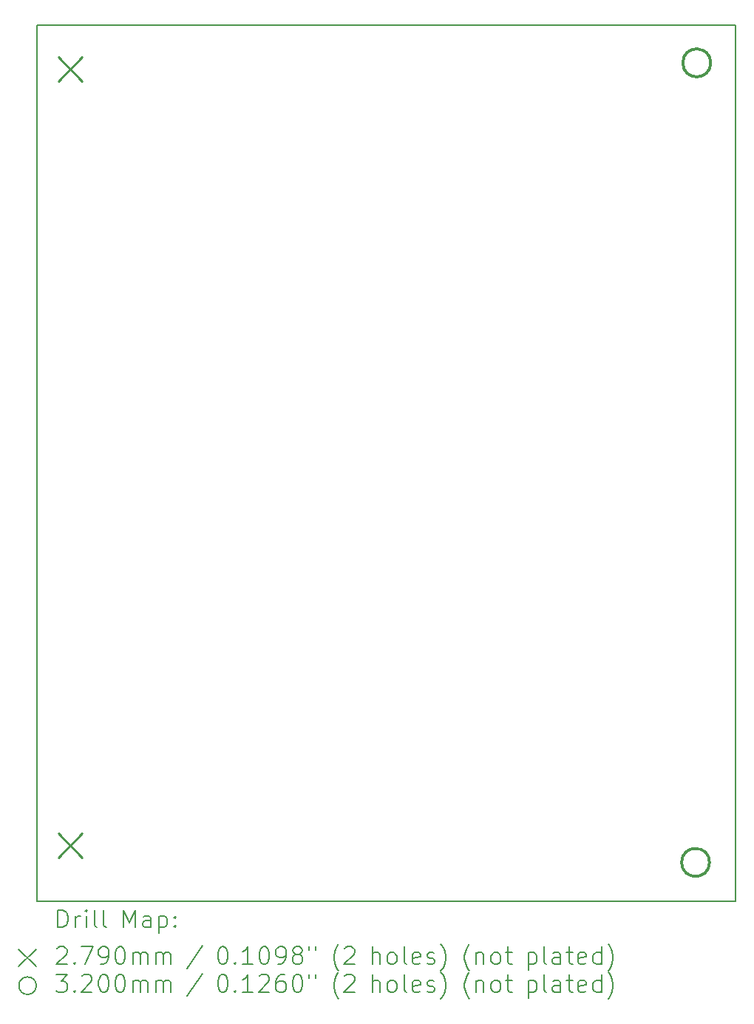
<source format=gbr>
%TF.GenerationSoftware,KiCad,Pcbnew,(7.0.0)*%
%TF.CreationDate,2023-12-30T22:17:36+02:00*%
%TF.ProjectId,alu,616c752e-6b69-4636-9164-5f7063625858,rev?*%
%TF.SameCoordinates,Original*%
%TF.FileFunction,Drillmap*%
%TF.FilePolarity,Positive*%
%FSLAX45Y45*%
G04 Gerber Fmt 4.5, Leading zero omitted, Abs format (unit mm)*
G04 Created by KiCad (PCBNEW (7.0.0)) date 2023-12-30 22:17:36*
%MOMM*%
%LPD*%
G01*
G04 APERTURE LIST*
%ADD10C,0.150000*%
%ADD11C,0.200000*%
%ADD12C,0.279000*%
%ADD13C,0.320000*%
G04 APERTURE END LIST*
D10*
X3810000Y-2667000D02*
X11811000Y-2667000D01*
X11811000Y-2667000D02*
X11811000Y-12700000D01*
X11811000Y-12700000D02*
X3810000Y-12700000D01*
X3810000Y-12700000D02*
X3810000Y-2667000D01*
D11*
D12*
X4051500Y-3035500D02*
X4330500Y-3314500D01*
X4330500Y-3035500D02*
X4051500Y-3314500D01*
X4051500Y-11925500D02*
X4330500Y-12204500D01*
X4330500Y-11925500D02*
X4051500Y-12204500D01*
D13*
X11513700Y-12255500D02*
G75*
G03*
X11513700Y-12255500I-160000J0D01*
G01*
X11526900Y-3099800D02*
G75*
G03*
X11526900Y-3099800I-160000J0D01*
G01*
D11*
X4050119Y-13000976D02*
X4050119Y-12800976D01*
X4050119Y-12800976D02*
X4097738Y-12800976D01*
X4097738Y-12800976D02*
X4126309Y-12810500D01*
X4126309Y-12810500D02*
X4145357Y-12829548D01*
X4145357Y-12829548D02*
X4154881Y-12848595D01*
X4154881Y-12848595D02*
X4164405Y-12886690D01*
X4164405Y-12886690D02*
X4164405Y-12915262D01*
X4164405Y-12915262D02*
X4154881Y-12953357D01*
X4154881Y-12953357D02*
X4145357Y-12972405D01*
X4145357Y-12972405D02*
X4126309Y-12991452D01*
X4126309Y-12991452D02*
X4097738Y-13000976D01*
X4097738Y-13000976D02*
X4050119Y-13000976D01*
X4250119Y-13000976D02*
X4250119Y-12867643D01*
X4250119Y-12905738D02*
X4259643Y-12886690D01*
X4259643Y-12886690D02*
X4269167Y-12877167D01*
X4269167Y-12877167D02*
X4288214Y-12867643D01*
X4288214Y-12867643D02*
X4307262Y-12867643D01*
X4373929Y-13000976D02*
X4373929Y-12867643D01*
X4373929Y-12800976D02*
X4364405Y-12810500D01*
X4364405Y-12810500D02*
X4373929Y-12820024D01*
X4373929Y-12820024D02*
X4383452Y-12810500D01*
X4383452Y-12810500D02*
X4373929Y-12800976D01*
X4373929Y-12800976D02*
X4373929Y-12820024D01*
X4497738Y-13000976D02*
X4478690Y-12991452D01*
X4478690Y-12991452D02*
X4469167Y-12972405D01*
X4469167Y-12972405D02*
X4469167Y-12800976D01*
X4602500Y-13000976D02*
X4583452Y-12991452D01*
X4583452Y-12991452D02*
X4573929Y-12972405D01*
X4573929Y-12972405D02*
X4573929Y-12800976D01*
X4798690Y-13000976D02*
X4798690Y-12800976D01*
X4798690Y-12800976D02*
X4865357Y-12943833D01*
X4865357Y-12943833D02*
X4932024Y-12800976D01*
X4932024Y-12800976D02*
X4932024Y-13000976D01*
X5112976Y-13000976D02*
X5112976Y-12896214D01*
X5112976Y-12896214D02*
X5103452Y-12877167D01*
X5103452Y-12877167D02*
X5084405Y-12867643D01*
X5084405Y-12867643D02*
X5046309Y-12867643D01*
X5046309Y-12867643D02*
X5027262Y-12877167D01*
X5112976Y-12991452D02*
X5093929Y-13000976D01*
X5093929Y-13000976D02*
X5046309Y-13000976D01*
X5046309Y-13000976D02*
X5027262Y-12991452D01*
X5027262Y-12991452D02*
X5017738Y-12972405D01*
X5017738Y-12972405D02*
X5017738Y-12953357D01*
X5017738Y-12953357D02*
X5027262Y-12934309D01*
X5027262Y-12934309D02*
X5046309Y-12924786D01*
X5046309Y-12924786D02*
X5093929Y-12924786D01*
X5093929Y-12924786D02*
X5112976Y-12915262D01*
X5208214Y-12867643D02*
X5208214Y-13067643D01*
X5208214Y-12877167D02*
X5227262Y-12867643D01*
X5227262Y-12867643D02*
X5265357Y-12867643D01*
X5265357Y-12867643D02*
X5284405Y-12877167D01*
X5284405Y-12877167D02*
X5293929Y-12886690D01*
X5293929Y-12886690D02*
X5303452Y-12905738D01*
X5303452Y-12905738D02*
X5303452Y-12962881D01*
X5303452Y-12962881D02*
X5293929Y-12981928D01*
X5293929Y-12981928D02*
X5284405Y-12991452D01*
X5284405Y-12991452D02*
X5265357Y-13000976D01*
X5265357Y-13000976D02*
X5227262Y-13000976D01*
X5227262Y-13000976D02*
X5208214Y-12991452D01*
X5389167Y-12981928D02*
X5398690Y-12991452D01*
X5398690Y-12991452D02*
X5389167Y-13000976D01*
X5389167Y-13000976D02*
X5379643Y-12991452D01*
X5379643Y-12991452D02*
X5389167Y-12981928D01*
X5389167Y-12981928D02*
X5389167Y-13000976D01*
X5389167Y-12877167D02*
X5398690Y-12886690D01*
X5398690Y-12886690D02*
X5389167Y-12896214D01*
X5389167Y-12896214D02*
X5379643Y-12886690D01*
X5379643Y-12886690D02*
X5389167Y-12877167D01*
X5389167Y-12877167D02*
X5389167Y-12896214D01*
X3602500Y-13247500D02*
X3802500Y-13447500D01*
X3802500Y-13247500D02*
X3602500Y-13447500D01*
X4040595Y-13240024D02*
X4050119Y-13230500D01*
X4050119Y-13230500D02*
X4069167Y-13220976D01*
X4069167Y-13220976D02*
X4116786Y-13220976D01*
X4116786Y-13220976D02*
X4135833Y-13230500D01*
X4135833Y-13230500D02*
X4145357Y-13240024D01*
X4145357Y-13240024D02*
X4154881Y-13259071D01*
X4154881Y-13259071D02*
X4154881Y-13278119D01*
X4154881Y-13278119D02*
X4145357Y-13306690D01*
X4145357Y-13306690D02*
X4031071Y-13420976D01*
X4031071Y-13420976D02*
X4154881Y-13420976D01*
X4240595Y-13401928D02*
X4250119Y-13411452D01*
X4250119Y-13411452D02*
X4240595Y-13420976D01*
X4240595Y-13420976D02*
X4231071Y-13411452D01*
X4231071Y-13411452D02*
X4240595Y-13401928D01*
X4240595Y-13401928D02*
X4240595Y-13420976D01*
X4316786Y-13220976D02*
X4450119Y-13220976D01*
X4450119Y-13220976D02*
X4364405Y-13420976D01*
X4535833Y-13420976D02*
X4573929Y-13420976D01*
X4573929Y-13420976D02*
X4592976Y-13411452D01*
X4592976Y-13411452D02*
X4602500Y-13401928D01*
X4602500Y-13401928D02*
X4621548Y-13373357D01*
X4621548Y-13373357D02*
X4631071Y-13335262D01*
X4631071Y-13335262D02*
X4631071Y-13259071D01*
X4631071Y-13259071D02*
X4621548Y-13240024D01*
X4621548Y-13240024D02*
X4612024Y-13230500D01*
X4612024Y-13230500D02*
X4592976Y-13220976D01*
X4592976Y-13220976D02*
X4554881Y-13220976D01*
X4554881Y-13220976D02*
X4535833Y-13230500D01*
X4535833Y-13230500D02*
X4526310Y-13240024D01*
X4526310Y-13240024D02*
X4516786Y-13259071D01*
X4516786Y-13259071D02*
X4516786Y-13306690D01*
X4516786Y-13306690D02*
X4526310Y-13325738D01*
X4526310Y-13325738D02*
X4535833Y-13335262D01*
X4535833Y-13335262D02*
X4554881Y-13344786D01*
X4554881Y-13344786D02*
X4592976Y-13344786D01*
X4592976Y-13344786D02*
X4612024Y-13335262D01*
X4612024Y-13335262D02*
X4621548Y-13325738D01*
X4621548Y-13325738D02*
X4631071Y-13306690D01*
X4754881Y-13220976D02*
X4773929Y-13220976D01*
X4773929Y-13220976D02*
X4792976Y-13230500D01*
X4792976Y-13230500D02*
X4802500Y-13240024D01*
X4802500Y-13240024D02*
X4812024Y-13259071D01*
X4812024Y-13259071D02*
X4821548Y-13297167D01*
X4821548Y-13297167D02*
X4821548Y-13344786D01*
X4821548Y-13344786D02*
X4812024Y-13382881D01*
X4812024Y-13382881D02*
X4802500Y-13401928D01*
X4802500Y-13401928D02*
X4792976Y-13411452D01*
X4792976Y-13411452D02*
X4773929Y-13420976D01*
X4773929Y-13420976D02*
X4754881Y-13420976D01*
X4754881Y-13420976D02*
X4735833Y-13411452D01*
X4735833Y-13411452D02*
X4726310Y-13401928D01*
X4726310Y-13401928D02*
X4716786Y-13382881D01*
X4716786Y-13382881D02*
X4707262Y-13344786D01*
X4707262Y-13344786D02*
X4707262Y-13297167D01*
X4707262Y-13297167D02*
X4716786Y-13259071D01*
X4716786Y-13259071D02*
X4726310Y-13240024D01*
X4726310Y-13240024D02*
X4735833Y-13230500D01*
X4735833Y-13230500D02*
X4754881Y-13220976D01*
X4907262Y-13420976D02*
X4907262Y-13287643D01*
X4907262Y-13306690D02*
X4916786Y-13297167D01*
X4916786Y-13297167D02*
X4935833Y-13287643D01*
X4935833Y-13287643D02*
X4964405Y-13287643D01*
X4964405Y-13287643D02*
X4983452Y-13297167D01*
X4983452Y-13297167D02*
X4992976Y-13316214D01*
X4992976Y-13316214D02*
X4992976Y-13420976D01*
X4992976Y-13316214D02*
X5002500Y-13297167D01*
X5002500Y-13297167D02*
X5021548Y-13287643D01*
X5021548Y-13287643D02*
X5050119Y-13287643D01*
X5050119Y-13287643D02*
X5069167Y-13297167D01*
X5069167Y-13297167D02*
X5078691Y-13316214D01*
X5078691Y-13316214D02*
X5078691Y-13420976D01*
X5173929Y-13420976D02*
X5173929Y-13287643D01*
X5173929Y-13306690D02*
X5183452Y-13297167D01*
X5183452Y-13297167D02*
X5202500Y-13287643D01*
X5202500Y-13287643D02*
X5231072Y-13287643D01*
X5231072Y-13287643D02*
X5250119Y-13297167D01*
X5250119Y-13297167D02*
X5259643Y-13316214D01*
X5259643Y-13316214D02*
X5259643Y-13420976D01*
X5259643Y-13316214D02*
X5269167Y-13297167D01*
X5269167Y-13297167D02*
X5288214Y-13287643D01*
X5288214Y-13287643D02*
X5316786Y-13287643D01*
X5316786Y-13287643D02*
X5335833Y-13297167D01*
X5335833Y-13297167D02*
X5345357Y-13316214D01*
X5345357Y-13316214D02*
X5345357Y-13420976D01*
X5703452Y-13211452D02*
X5532024Y-13468595D01*
X5928214Y-13220976D02*
X5947262Y-13220976D01*
X5947262Y-13220976D02*
X5966310Y-13230500D01*
X5966310Y-13230500D02*
X5975833Y-13240024D01*
X5975833Y-13240024D02*
X5985357Y-13259071D01*
X5985357Y-13259071D02*
X5994881Y-13297167D01*
X5994881Y-13297167D02*
X5994881Y-13344786D01*
X5994881Y-13344786D02*
X5985357Y-13382881D01*
X5985357Y-13382881D02*
X5975833Y-13401928D01*
X5975833Y-13401928D02*
X5966310Y-13411452D01*
X5966310Y-13411452D02*
X5947262Y-13420976D01*
X5947262Y-13420976D02*
X5928214Y-13420976D01*
X5928214Y-13420976D02*
X5909167Y-13411452D01*
X5909167Y-13411452D02*
X5899643Y-13401928D01*
X5899643Y-13401928D02*
X5890119Y-13382881D01*
X5890119Y-13382881D02*
X5880595Y-13344786D01*
X5880595Y-13344786D02*
X5880595Y-13297167D01*
X5880595Y-13297167D02*
X5890119Y-13259071D01*
X5890119Y-13259071D02*
X5899643Y-13240024D01*
X5899643Y-13240024D02*
X5909167Y-13230500D01*
X5909167Y-13230500D02*
X5928214Y-13220976D01*
X6080595Y-13401928D02*
X6090119Y-13411452D01*
X6090119Y-13411452D02*
X6080595Y-13420976D01*
X6080595Y-13420976D02*
X6071071Y-13411452D01*
X6071071Y-13411452D02*
X6080595Y-13401928D01*
X6080595Y-13401928D02*
X6080595Y-13420976D01*
X6280595Y-13420976D02*
X6166310Y-13420976D01*
X6223452Y-13420976D02*
X6223452Y-13220976D01*
X6223452Y-13220976D02*
X6204405Y-13249548D01*
X6204405Y-13249548D02*
X6185357Y-13268595D01*
X6185357Y-13268595D02*
X6166310Y-13278119D01*
X6404405Y-13220976D02*
X6423452Y-13220976D01*
X6423452Y-13220976D02*
X6442500Y-13230500D01*
X6442500Y-13230500D02*
X6452024Y-13240024D01*
X6452024Y-13240024D02*
X6461548Y-13259071D01*
X6461548Y-13259071D02*
X6471071Y-13297167D01*
X6471071Y-13297167D02*
X6471071Y-13344786D01*
X6471071Y-13344786D02*
X6461548Y-13382881D01*
X6461548Y-13382881D02*
X6452024Y-13401928D01*
X6452024Y-13401928D02*
X6442500Y-13411452D01*
X6442500Y-13411452D02*
X6423452Y-13420976D01*
X6423452Y-13420976D02*
X6404405Y-13420976D01*
X6404405Y-13420976D02*
X6385357Y-13411452D01*
X6385357Y-13411452D02*
X6375833Y-13401928D01*
X6375833Y-13401928D02*
X6366310Y-13382881D01*
X6366310Y-13382881D02*
X6356786Y-13344786D01*
X6356786Y-13344786D02*
X6356786Y-13297167D01*
X6356786Y-13297167D02*
X6366310Y-13259071D01*
X6366310Y-13259071D02*
X6375833Y-13240024D01*
X6375833Y-13240024D02*
X6385357Y-13230500D01*
X6385357Y-13230500D02*
X6404405Y-13220976D01*
X6566310Y-13420976D02*
X6604405Y-13420976D01*
X6604405Y-13420976D02*
X6623452Y-13411452D01*
X6623452Y-13411452D02*
X6632976Y-13401928D01*
X6632976Y-13401928D02*
X6652024Y-13373357D01*
X6652024Y-13373357D02*
X6661548Y-13335262D01*
X6661548Y-13335262D02*
X6661548Y-13259071D01*
X6661548Y-13259071D02*
X6652024Y-13240024D01*
X6652024Y-13240024D02*
X6642500Y-13230500D01*
X6642500Y-13230500D02*
X6623452Y-13220976D01*
X6623452Y-13220976D02*
X6585357Y-13220976D01*
X6585357Y-13220976D02*
X6566310Y-13230500D01*
X6566310Y-13230500D02*
X6556786Y-13240024D01*
X6556786Y-13240024D02*
X6547262Y-13259071D01*
X6547262Y-13259071D02*
X6547262Y-13306690D01*
X6547262Y-13306690D02*
X6556786Y-13325738D01*
X6556786Y-13325738D02*
X6566310Y-13335262D01*
X6566310Y-13335262D02*
X6585357Y-13344786D01*
X6585357Y-13344786D02*
X6623452Y-13344786D01*
X6623452Y-13344786D02*
X6642500Y-13335262D01*
X6642500Y-13335262D02*
X6652024Y-13325738D01*
X6652024Y-13325738D02*
X6661548Y-13306690D01*
X6775833Y-13306690D02*
X6756786Y-13297167D01*
X6756786Y-13297167D02*
X6747262Y-13287643D01*
X6747262Y-13287643D02*
X6737738Y-13268595D01*
X6737738Y-13268595D02*
X6737738Y-13259071D01*
X6737738Y-13259071D02*
X6747262Y-13240024D01*
X6747262Y-13240024D02*
X6756786Y-13230500D01*
X6756786Y-13230500D02*
X6775833Y-13220976D01*
X6775833Y-13220976D02*
X6813929Y-13220976D01*
X6813929Y-13220976D02*
X6832976Y-13230500D01*
X6832976Y-13230500D02*
X6842500Y-13240024D01*
X6842500Y-13240024D02*
X6852024Y-13259071D01*
X6852024Y-13259071D02*
X6852024Y-13268595D01*
X6852024Y-13268595D02*
X6842500Y-13287643D01*
X6842500Y-13287643D02*
X6832976Y-13297167D01*
X6832976Y-13297167D02*
X6813929Y-13306690D01*
X6813929Y-13306690D02*
X6775833Y-13306690D01*
X6775833Y-13306690D02*
X6756786Y-13316214D01*
X6756786Y-13316214D02*
X6747262Y-13325738D01*
X6747262Y-13325738D02*
X6737738Y-13344786D01*
X6737738Y-13344786D02*
X6737738Y-13382881D01*
X6737738Y-13382881D02*
X6747262Y-13401928D01*
X6747262Y-13401928D02*
X6756786Y-13411452D01*
X6756786Y-13411452D02*
X6775833Y-13420976D01*
X6775833Y-13420976D02*
X6813929Y-13420976D01*
X6813929Y-13420976D02*
X6832976Y-13411452D01*
X6832976Y-13411452D02*
X6842500Y-13401928D01*
X6842500Y-13401928D02*
X6852024Y-13382881D01*
X6852024Y-13382881D02*
X6852024Y-13344786D01*
X6852024Y-13344786D02*
X6842500Y-13325738D01*
X6842500Y-13325738D02*
X6832976Y-13316214D01*
X6832976Y-13316214D02*
X6813929Y-13306690D01*
X6928214Y-13220976D02*
X6928214Y-13259071D01*
X7004405Y-13220976D02*
X7004405Y-13259071D01*
X7267262Y-13497167D02*
X7257738Y-13487643D01*
X7257738Y-13487643D02*
X7238691Y-13459071D01*
X7238691Y-13459071D02*
X7229167Y-13440024D01*
X7229167Y-13440024D02*
X7219643Y-13411452D01*
X7219643Y-13411452D02*
X7210119Y-13363833D01*
X7210119Y-13363833D02*
X7210119Y-13325738D01*
X7210119Y-13325738D02*
X7219643Y-13278119D01*
X7219643Y-13278119D02*
X7229167Y-13249548D01*
X7229167Y-13249548D02*
X7238691Y-13230500D01*
X7238691Y-13230500D02*
X7257738Y-13201928D01*
X7257738Y-13201928D02*
X7267262Y-13192405D01*
X7333929Y-13240024D02*
X7343452Y-13230500D01*
X7343452Y-13230500D02*
X7362500Y-13220976D01*
X7362500Y-13220976D02*
X7410119Y-13220976D01*
X7410119Y-13220976D02*
X7429167Y-13230500D01*
X7429167Y-13230500D02*
X7438691Y-13240024D01*
X7438691Y-13240024D02*
X7448214Y-13259071D01*
X7448214Y-13259071D02*
X7448214Y-13278119D01*
X7448214Y-13278119D02*
X7438691Y-13306690D01*
X7438691Y-13306690D02*
X7324405Y-13420976D01*
X7324405Y-13420976D02*
X7448214Y-13420976D01*
X7653929Y-13420976D02*
X7653929Y-13220976D01*
X7739643Y-13420976D02*
X7739643Y-13316214D01*
X7739643Y-13316214D02*
X7730119Y-13297167D01*
X7730119Y-13297167D02*
X7711072Y-13287643D01*
X7711072Y-13287643D02*
X7682500Y-13287643D01*
X7682500Y-13287643D02*
X7663452Y-13297167D01*
X7663452Y-13297167D02*
X7653929Y-13306690D01*
X7863452Y-13420976D02*
X7844405Y-13411452D01*
X7844405Y-13411452D02*
X7834881Y-13401928D01*
X7834881Y-13401928D02*
X7825357Y-13382881D01*
X7825357Y-13382881D02*
X7825357Y-13325738D01*
X7825357Y-13325738D02*
X7834881Y-13306690D01*
X7834881Y-13306690D02*
X7844405Y-13297167D01*
X7844405Y-13297167D02*
X7863452Y-13287643D01*
X7863452Y-13287643D02*
X7892024Y-13287643D01*
X7892024Y-13287643D02*
X7911072Y-13297167D01*
X7911072Y-13297167D02*
X7920595Y-13306690D01*
X7920595Y-13306690D02*
X7930119Y-13325738D01*
X7930119Y-13325738D02*
X7930119Y-13382881D01*
X7930119Y-13382881D02*
X7920595Y-13401928D01*
X7920595Y-13401928D02*
X7911072Y-13411452D01*
X7911072Y-13411452D02*
X7892024Y-13420976D01*
X7892024Y-13420976D02*
X7863452Y-13420976D01*
X8044405Y-13420976D02*
X8025357Y-13411452D01*
X8025357Y-13411452D02*
X8015833Y-13392405D01*
X8015833Y-13392405D02*
X8015833Y-13220976D01*
X8196786Y-13411452D02*
X8177738Y-13420976D01*
X8177738Y-13420976D02*
X8139643Y-13420976D01*
X8139643Y-13420976D02*
X8120595Y-13411452D01*
X8120595Y-13411452D02*
X8111072Y-13392405D01*
X8111072Y-13392405D02*
X8111072Y-13316214D01*
X8111072Y-13316214D02*
X8120595Y-13297167D01*
X8120595Y-13297167D02*
X8139643Y-13287643D01*
X8139643Y-13287643D02*
X8177738Y-13287643D01*
X8177738Y-13287643D02*
X8196786Y-13297167D01*
X8196786Y-13297167D02*
X8206310Y-13316214D01*
X8206310Y-13316214D02*
X8206310Y-13335262D01*
X8206310Y-13335262D02*
X8111072Y-13354309D01*
X8282500Y-13411452D02*
X8301548Y-13420976D01*
X8301548Y-13420976D02*
X8339643Y-13420976D01*
X8339643Y-13420976D02*
X8358691Y-13411452D01*
X8358691Y-13411452D02*
X8368214Y-13392405D01*
X8368214Y-13392405D02*
X8368214Y-13382881D01*
X8368214Y-13382881D02*
X8358691Y-13363833D01*
X8358691Y-13363833D02*
X8339643Y-13354309D01*
X8339643Y-13354309D02*
X8311072Y-13354309D01*
X8311072Y-13354309D02*
X8292024Y-13344786D01*
X8292024Y-13344786D02*
X8282500Y-13325738D01*
X8282500Y-13325738D02*
X8282500Y-13316214D01*
X8282500Y-13316214D02*
X8292024Y-13297167D01*
X8292024Y-13297167D02*
X8311072Y-13287643D01*
X8311072Y-13287643D02*
X8339643Y-13287643D01*
X8339643Y-13287643D02*
X8358691Y-13297167D01*
X8434881Y-13497167D02*
X8444405Y-13487643D01*
X8444405Y-13487643D02*
X8463453Y-13459071D01*
X8463453Y-13459071D02*
X8472976Y-13440024D01*
X8472976Y-13440024D02*
X8482500Y-13411452D01*
X8482500Y-13411452D02*
X8492024Y-13363833D01*
X8492024Y-13363833D02*
X8492024Y-13325738D01*
X8492024Y-13325738D02*
X8482500Y-13278119D01*
X8482500Y-13278119D02*
X8472976Y-13249548D01*
X8472976Y-13249548D02*
X8463453Y-13230500D01*
X8463453Y-13230500D02*
X8444405Y-13201928D01*
X8444405Y-13201928D02*
X8434881Y-13192405D01*
X8764405Y-13497167D02*
X8754881Y-13487643D01*
X8754881Y-13487643D02*
X8735834Y-13459071D01*
X8735834Y-13459071D02*
X8726310Y-13440024D01*
X8726310Y-13440024D02*
X8716786Y-13411452D01*
X8716786Y-13411452D02*
X8707262Y-13363833D01*
X8707262Y-13363833D02*
X8707262Y-13325738D01*
X8707262Y-13325738D02*
X8716786Y-13278119D01*
X8716786Y-13278119D02*
X8726310Y-13249548D01*
X8726310Y-13249548D02*
X8735834Y-13230500D01*
X8735834Y-13230500D02*
X8754881Y-13201928D01*
X8754881Y-13201928D02*
X8764405Y-13192405D01*
X8840595Y-13287643D02*
X8840595Y-13420976D01*
X8840595Y-13306690D02*
X8850119Y-13297167D01*
X8850119Y-13297167D02*
X8869167Y-13287643D01*
X8869167Y-13287643D02*
X8897738Y-13287643D01*
X8897738Y-13287643D02*
X8916786Y-13297167D01*
X8916786Y-13297167D02*
X8926310Y-13316214D01*
X8926310Y-13316214D02*
X8926310Y-13420976D01*
X9050119Y-13420976D02*
X9031072Y-13411452D01*
X9031072Y-13411452D02*
X9021548Y-13401928D01*
X9021548Y-13401928D02*
X9012024Y-13382881D01*
X9012024Y-13382881D02*
X9012024Y-13325738D01*
X9012024Y-13325738D02*
X9021548Y-13306690D01*
X9021548Y-13306690D02*
X9031072Y-13297167D01*
X9031072Y-13297167D02*
X9050119Y-13287643D01*
X9050119Y-13287643D02*
X9078691Y-13287643D01*
X9078691Y-13287643D02*
X9097738Y-13297167D01*
X9097738Y-13297167D02*
X9107262Y-13306690D01*
X9107262Y-13306690D02*
X9116786Y-13325738D01*
X9116786Y-13325738D02*
X9116786Y-13382881D01*
X9116786Y-13382881D02*
X9107262Y-13401928D01*
X9107262Y-13401928D02*
X9097738Y-13411452D01*
X9097738Y-13411452D02*
X9078691Y-13420976D01*
X9078691Y-13420976D02*
X9050119Y-13420976D01*
X9173929Y-13287643D02*
X9250119Y-13287643D01*
X9202500Y-13220976D02*
X9202500Y-13392405D01*
X9202500Y-13392405D02*
X9212024Y-13411452D01*
X9212024Y-13411452D02*
X9231072Y-13420976D01*
X9231072Y-13420976D02*
X9250119Y-13420976D01*
X9436786Y-13287643D02*
X9436786Y-13487643D01*
X9436786Y-13297167D02*
X9455834Y-13287643D01*
X9455834Y-13287643D02*
X9493929Y-13287643D01*
X9493929Y-13287643D02*
X9512976Y-13297167D01*
X9512976Y-13297167D02*
X9522500Y-13306690D01*
X9522500Y-13306690D02*
X9532024Y-13325738D01*
X9532024Y-13325738D02*
X9532024Y-13382881D01*
X9532024Y-13382881D02*
X9522500Y-13401928D01*
X9522500Y-13401928D02*
X9512976Y-13411452D01*
X9512976Y-13411452D02*
X9493929Y-13420976D01*
X9493929Y-13420976D02*
X9455834Y-13420976D01*
X9455834Y-13420976D02*
X9436786Y-13411452D01*
X9646310Y-13420976D02*
X9627262Y-13411452D01*
X9627262Y-13411452D02*
X9617738Y-13392405D01*
X9617738Y-13392405D02*
X9617738Y-13220976D01*
X9808215Y-13420976D02*
X9808215Y-13316214D01*
X9808215Y-13316214D02*
X9798691Y-13297167D01*
X9798691Y-13297167D02*
X9779643Y-13287643D01*
X9779643Y-13287643D02*
X9741548Y-13287643D01*
X9741548Y-13287643D02*
X9722500Y-13297167D01*
X9808215Y-13411452D02*
X9789167Y-13420976D01*
X9789167Y-13420976D02*
X9741548Y-13420976D01*
X9741548Y-13420976D02*
X9722500Y-13411452D01*
X9722500Y-13411452D02*
X9712976Y-13392405D01*
X9712976Y-13392405D02*
X9712976Y-13373357D01*
X9712976Y-13373357D02*
X9722500Y-13354309D01*
X9722500Y-13354309D02*
X9741548Y-13344786D01*
X9741548Y-13344786D02*
X9789167Y-13344786D01*
X9789167Y-13344786D02*
X9808215Y-13335262D01*
X9874881Y-13287643D02*
X9951072Y-13287643D01*
X9903453Y-13220976D02*
X9903453Y-13392405D01*
X9903453Y-13392405D02*
X9912976Y-13411452D01*
X9912976Y-13411452D02*
X9932024Y-13420976D01*
X9932024Y-13420976D02*
X9951072Y-13420976D01*
X10093929Y-13411452D02*
X10074881Y-13420976D01*
X10074881Y-13420976D02*
X10036786Y-13420976D01*
X10036786Y-13420976D02*
X10017738Y-13411452D01*
X10017738Y-13411452D02*
X10008215Y-13392405D01*
X10008215Y-13392405D02*
X10008215Y-13316214D01*
X10008215Y-13316214D02*
X10017738Y-13297167D01*
X10017738Y-13297167D02*
X10036786Y-13287643D01*
X10036786Y-13287643D02*
X10074881Y-13287643D01*
X10074881Y-13287643D02*
X10093929Y-13297167D01*
X10093929Y-13297167D02*
X10103453Y-13316214D01*
X10103453Y-13316214D02*
X10103453Y-13335262D01*
X10103453Y-13335262D02*
X10008215Y-13354309D01*
X10274881Y-13420976D02*
X10274881Y-13220976D01*
X10274881Y-13411452D02*
X10255834Y-13420976D01*
X10255834Y-13420976D02*
X10217738Y-13420976D01*
X10217738Y-13420976D02*
X10198691Y-13411452D01*
X10198691Y-13411452D02*
X10189167Y-13401928D01*
X10189167Y-13401928D02*
X10179643Y-13382881D01*
X10179643Y-13382881D02*
X10179643Y-13325738D01*
X10179643Y-13325738D02*
X10189167Y-13306690D01*
X10189167Y-13306690D02*
X10198691Y-13297167D01*
X10198691Y-13297167D02*
X10217738Y-13287643D01*
X10217738Y-13287643D02*
X10255834Y-13287643D01*
X10255834Y-13287643D02*
X10274881Y-13297167D01*
X10351072Y-13497167D02*
X10360596Y-13487643D01*
X10360596Y-13487643D02*
X10379643Y-13459071D01*
X10379643Y-13459071D02*
X10389167Y-13440024D01*
X10389167Y-13440024D02*
X10398691Y-13411452D01*
X10398691Y-13411452D02*
X10408215Y-13363833D01*
X10408215Y-13363833D02*
X10408215Y-13325738D01*
X10408215Y-13325738D02*
X10398691Y-13278119D01*
X10398691Y-13278119D02*
X10389167Y-13249548D01*
X10389167Y-13249548D02*
X10379643Y-13230500D01*
X10379643Y-13230500D02*
X10360596Y-13201928D01*
X10360596Y-13201928D02*
X10351072Y-13192405D01*
X3802500Y-13667500D02*
G75*
G03*
X3802500Y-13667500I-100000J0D01*
G01*
X4031071Y-13540976D02*
X4154881Y-13540976D01*
X4154881Y-13540976D02*
X4088214Y-13617167D01*
X4088214Y-13617167D02*
X4116786Y-13617167D01*
X4116786Y-13617167D02*
X4135833Y-13626690D01*
X4135833Y-13626690D02*
X4145357Y-13636214D01*
X4145357Y-13636214D02*
X4154881Y-13655262D01*
X4154881Y-13655262D02*
X4154881Y-13702881D01*
X4154881Y-13702881D02*
X4145357Y-13721928D01*
X4145357Y-13721928D02*
X4135833Y-13731452D01*
X4135833Y-13731452D02*
X4116786Y-13740976D01*
X4116786Y-13740976D02*
X4059643Y-13740976D01*
X4059643Y-13740976D02*
X4040595Y-13731452D01*
X4040595Y-13731452D02*
X4031071Y-13721928D01*
X4240595Y-13721928D02*
X4250119Y-13731452D01*
X4250119Y-13731452D02*
X4240595Y-13740976D01*
X4240595Y-13740976D02*
X4231071Y-13731452D01*
X4231071Y-13731452D02*
X4240595Y-13721928D01*
X4240595Y-13721928D02*
X4240595Y-13740976D01*
X4326310Y-13560024D02*
X4335833Y-13550500D01*
X4335833Y-13550500D02*
X4354881Y-13540976D01*
X4354881Y-13540976D02*
X4402500Y-13540976D01*
X4402500Y-13540976D02*
X4421548Y-13550500D01*
X4421548Y-13550500D02*
X4431071Y-13560024D01*
X4431071Y-13560024D02*
X4440595Y-13579071D01*
X4440595Y-13579071D02*
X4440595Y-13598119D01*
X4440595Y-13598119D02*
X4431071Y-13626690D01*
X4431071Y-13626690D02*
X4316786Y-13740976D01*
X4316786Y-13740976D02*
X4440595Y-13740976D01*
X4564405Y-13540976D02*
X4583452Y-13540976D01*
X4583452Y-13540976D02*
X4602500Y-13550500D01*
X4602500Y-13550500D02*
X4612024Y-13560024D01*
X4612024Y-13560024D02*
X4621548Y-13579071D01*
X4621548Y-13579071D02*
X4631071Y-13617167D01*
X4631071Y-13617167D02*
X4631071Y-13664786D01*
X4631071Y-13664786D02*
X4621548Y-13702881D01*
X4621548Y-13702881D02*
X4612024Y-13721928D01*
X4612024Y-13721928D02*
X4602500Y-13731452D01*
X4602500Y-13731452D02*
X4583452Y-13740976D01*
X4583452Y-13740976D02*
X4564405Y-13740976D01*
X4564405Y-13740976D02*
X4545357Y-13731452D01*
X4545357Y-13731452D02*
X4535833Y-13721928D01*
X4535833Y-13721928D02*
X4526310Y-13702881D01*
X4526310Y-13702881D02*
X4516786Y-13664786D01*
X4516786Y-13664786D02*
X4516786Y-13617167D01*
X4516786Y-13617167D02*
X4526310Y-13579071D01*
X4526310Y-13579071D02*
X4535833Y-13560024D01*
X4535833Y-13560024D02*
X4545357Y-13550500D01*
X4545357Y-13550500D02*
X4564405Y-13540976D01*
X4754881Y-13540976D02*
X4773929Y-13540976D01*
X4773929Y-13540976D02*
X4792976Y-13550500D01*
X4792976Y-13550500D02*
X4802500Y-13560024D01*
X4802500Y-13560024D02*
X4812024Y-13579071D01*
X4812024Y-13579071D02*
X4821548Y-13617167D01*
X4821548Y-13617167D02*
X4821548Y-13664786D01*
X4821548Y-13664786D02*
X4812024Y-13702881D01*
X4812024Y-13702881D02*
X4802500Y-13721928D01*
X4802500Y-13721928D02*
X4792976Y-13731452D01*
X4792976Y-13731452D02*
X4773929Y-13740976D01*
X4773929Y-13740976D02*
X4754881Y-13740976D01*
X4754881Y-13740976D02*
X4735833Y-13731452D01*
X4735833Y-13731452D02*
X4726310Y-13721928D01*
X4726310Y-13721928D02*
X4716786Y-13702881D01*
X4716786Y-13702881D02*
X4707262Y-13664786D01*
X4707262Y-13664786D02*
X4707262Y-13617167D01*
X4707262Y-13617167D02*
X4716786Y-13579071D01*
X4716786Y-13579071D02*
X4726310Y-13560024D01*
X4726310Y-13560024D02*
X4735833Y-13550500D01*
X4735833Y-13550500D02*
X4754881Y-13540976D01*
X4907262Y-13740976D02*
X4907262Y-13607643D01*
X4907262Y-13626690D02*
X4916786Y-13617167D01*
X4916786Y-13617167D02*
X4935833Y-13607643D01*
X4935833Y-13607643D02*
X4964405Y-13607643D01*
X4964405Y-13607643D02*
X4983452Y-13617167D01*
X4983452Y-13617167D02*
X4992976Y-13636214D01*
X4992976Y-13636214D02*
X4992976Y-13740976D01*
X4992976Y-13636214D02*
X5002500Y-13617167D01*
X5002500Y-13617167D02*
X5021548Y-13607643D01*
X5021548Y-13607643D02*
X5050119Y-13607643D01*
X5050119Y-13607643D02*
X5069167Y-13617167D01*
X5069167Y-13617167D02*
X5078691Y-13636214D01*
X5078691Y-13636214D02*
X5078691Y-13740976D01*
X5173929Y-13740976D02*
X5173929Y-13607643D01*
X5173929Y-13626690D02*
X5183452Y-13617167D01*
X5183452Y-13617167D02*
X5202500Y-13607643D01*
X5202500Y-13607643D02*
X5231072Y-13607643D01*
X5231072Y-13607643D02*
X5250119Y-13617167D01*
X5250119Y-13617167D02*
X5259643Y-13636214D01*
X5259643Y-13636214D02*
X5259643Y-13740976D01*
X5259643Y-13636214D02*
X5269167Y-13617167D01*
X5269167Y-13617167D02*
X5288214Y-13607643D01*
X5288214Y-13607643D02*
X5316786Y-13607643D01*
X5316786Y-13607643D02*
X5335833Y-13617167D01*
X5335833Y-13617167D02*
X5345357Y-13636214D01*
X5345357Y-13636214D02*
X5345357Y-13740976D01*
X5703452Y-13531452D02*
X5532024Y-13788595D01*
X5928214Y-13540976D02*
X5947262Y-13540976D01*
X5947262Y-13540976D02*
X5966310Y-13550500D01*
X5966310Y-13550500D02*
X5975833Y-13560024D01*
X5975833Y-13560024D02*
X5985357Y-13579071D01*
X5985357Y-13579071D02*
X5994881Y-13617167D01*
X5994881Y-13617167D02*
X5994881Y-13664786D01*
X5994881Y-13664786D02*
X5985357Y-13702881D01*
X5985357Y-13702881D02*
X5975833Y-13721928D01*
X5975833Y-13721928D02*
X5966310Y-13731452D01*
X5966310Y-13731452D02*
X5947262Y-13740976D01*
X5947262Y-13740976D02*
X5928214Y-13740976D01*
X5928214Y-13740976D02*
X5909167Y-13731452D01*
X5909167Y-13731452D02*
X5899643Y-13721928D01*
X5899643Y-13721928D02*
X5890119Y-13702881D01*
X5890119Y-13702881D02*
X5880595Y-13664786D01*
X5880595Y-13664786D02*
X5880595Y-13617167D01*
X5880595Y-13617167D02*
X5890119Y-13579071D01*
X5890119Y-13579071D02*
X5899643Y-13560024D01*
X5899643Y-13560024D02*
X5909167Y-13550500D01*
X5909167Y-13550500D02*
X5928214Y-13540976D01*
X6080595Y-13721928D02*
X6090119Y-13731452D01*
X6090119Y-13731452D02*
X6080595Y-13740976D01*
X6080595Y-13740976D02*
X6071071Y-13731452D01*
X6071071Y-13731452D02*
X6080595Y-13721928D01*
X6080595Y-13721928D02*
X6080595Y-13740976D01*
X6280595Y-13740976D02*
X6166310Y-13740976D01*
X6223452Y-13740976D02*
X6223452Y-13540976D01*
X6223452Y-13540976D02*
X6204405Y-13569548D01*
X6204405Y-13569548D02*
X6185357Y-13588595D01*
X6185357Y-13588595D02*
X6166310Y-13598119D01*
X6356786Y-13560024D02*
X6366310Y-13550500D01*
X6366310Y-13550500D02*
X6385357Y-13540976D01*
X6385357Y-13540976D02*
X6432976Y-13540976D01*
X6432976Y-13540976D02*
X6452024Y-13550500D01*
X6452024Y-13550500D02*
X6461548Y-13560024D01*
X6461548Y-13560024D02*
X6471071Y-13579071D01*
X6471071Y-13579071D02*
X6471071Y-13598119D01*
X6471071Y-13598119D02*
X6461548Y-13626690D01*
X6461548Y-13626690D02*
X6347262Y-13740976D01*
X6347262Y-13740976D02*
X6471071Y-13740976D01*
X6642500Y-13540976D02*
X6604405Y-13540976D01*
X6604405Y-13540976D02*
X6585357Y-13550500D01*
X6585357Y-13550500D02*
X6575833Y-13560024D01*
X6575833Y-13560024D02*
X6556786Y-13588595D01*
X6556786Y-13588595D02*
X6547262Y-13626690D01*
X6547262Y-13626690D02*
X6547262Y-13702881D01*
X6547262Y-13702881D02*
X6556786Y-13721928D01*
X6556786Y-13721928D02*
X6566310Y-13731452D01*
X6566310Y-13731452D02*
X6585357Y-13740976D01*
X6585357Y-13740976D02*
X6623452Y-13740976D01*
X6623452Y-13740976D02*
X6642500Y-13731452D01*
X6642500Y-13731452D02*
X6652024Y-13721928D01*
X6652024Y-13721928D02*
X6661548Y-13702881D01*
X6661548Y-13702881D02*
X6661548Y-13655262D01*
X6661548Y-13655262D02*
X6652024Y-13636214D01*
X6652024Y-13636214D02*
X6642500Y-13626690D01*
X6642500Y-13626690D02*
X6623452Y-13617167D01*
X6623452Y-13617167D02*
X6585357Y-13617167D01*
X6585357Y-13617167D02*
X6566310Y-13626690D01*
X6566310Y-13626690D02*
X6556786Y-13636214D01*
X6556786Y-13636214D02*
X6547262Y-13655262D01*
X6785357Y-13540976D02*
X6804405Y-13540976D01*
X6804405Y-13540976D02*
X6823452Y-13550500D01*
X6823452Y-13550500D02*
X6832976Y-13560024D01*
X6832976Y-13560024D02*
X6842500Y-13579071D01*
X6842500Y-13579071D02*
X6852024Y-13617167D01*
X6852024Y-13617167D02*
X6852024Y-13664786D01*
X6852024Y-13664786D02*
X6842500Y-13702881D01*
X6842500Y-13702881D02*
X6832976Y-13721928D01*
X6832976Y-13721928D02*
X6823452Y-13731452D01*
X6823452Y-13731452D02*
X6804405Y-13740976D01*
X6804405Y-13740976D02*
X6785357Y-13740976D01*
X6785357Y-13740976D02*
X6766310Y-13731452D01*
X6766310Y-13731452D02*
X6756786Y-13721928D01*
X6756786Y-13721928D02*
X6747262Y-13702881D01*
X6747262Y-13702881D02*
X6737738Y-13664786D01*
X6737738Y-13664786D02*
X6737738Y-13617167D01*
X6737738Y-13617167D02*
X6747262Y-13579071D01*
X6747262Y-13579071D02*
X6756786Y-13560024D01*
X6756786Y-13560024D02*
X6766310Y-13550500D01*
X6766310Y-13550500D02*
X6785357Y-13540976D01*
X6928214Y-13540976D02*
X6928214Y-13579071D01*
X7004405Y-13540976D02*
X7004405Y-13579071D01*
X7267262Y-13817167D02*
X7257738Y-13807643D01*
X7257738Y-13807643D02*
X7238691Y-13779071D01*
X7238691Y-13779071D02*
X7229167Y-13760024D01*
X7229167Y-13760024D02*
X7219643Y-13731452D01*
X7219643Y-13731452D02*
X7210119Y-13683833D01*
X7210119Y-13683833D02*
X7210119Y-13645738D01*
X7210119Y-13645738D02*
X7219643Y-13598119D01*
X7219643Y-13598119D02*
X7229167Y-13569548D01*
X7229167Y-13569548D02*
X7238691Y-13550500D01*
X7238691Y-13550500D02*
X7257738Y-13521928D01*
X7257738Y-13521928D02*
X7267262Y-13512405D01*
X7333929Y-13560024D02*
X7343452Y-13550500D01*
X7343452Y-13550500D02*
X7362500Y-13540976D01*
X7362500Y-13540976D02*
X7410119Y-13540976D01*
X7410119Y-13540976D02*
X7429167Y-13550500D01*
X7429167Y-13550500D02*
X7438691Y-13560024D01*
X7438691Y-13560024D02*
X7448214Y-13579071D01*
X7448214Y-13579071D02*
X7448214Y-13598119D01*
X7448214Y-13598119D02*
X7438691Y-13626690D01*
X7438691Y-13626690D02*
X7324405Y-13740976D01*
X7324405Y-13740976D02*
X7448214Y-13740976D01*
X7653929Y-13740976D02*
X7653929Y-13540976D01*
X7739643Y-13740976D02*
X7739643Y-13636214D01*
X7739643Y-13636214D02*
X7730119Y-13617167D01*
X7730119Y-13617167D02*
X7711072Y-13607643D01*
X7711072Y-13607643D02*
X7682500Y-13607643D01*
X7682500Y-13607643D02*
X7663452Y-13617167D01*
X7663452Y-13617167D02*
X7653929Y-13626690D01*
X7863452Y-13740976D02*
X7844405Y-13731452D01*
X7844405Y-13731452D02*
X7834881Y-13721928D01*
X7834881Y-13721928D02*
X7825357Y-13702881D01*
X7825357Y-13702881D02*
X7825357Y-13645738D01*
X7825357Y-13645738D02*
X7834881Y-13626690D01*
X7834881Y-13626690D02*
X7844405Y-13617167D01*
X7844405Y-13617167D02*
X7863452Y-13607643D01*
X7863452Y-13607643D02*
X7892024Y-13607643D01*
X7892024Y-13607643D02*
X7911072Y-13617167D01*
X7911072Y-13617167D02*
X7920595Y-13626690D01*
X7920595Y-13626690D02*
X7930119Y-13645738D01*
X7930119Y-13645738D02*
X7930119Y-13702881D01*
X7930119Y-13702881D02*
X7920595Y-13721928D01*
X7920595Y-13721928D02*
X7911072Y-13731452D01*
X7911072Y-13731452D02*
X7892024Y-13740976D01*
X7892024Y-13740976D02*
X7863452Y-13740976D01*
X8044405Y-13740976D02*
X8025357Y-13731452D01*
X8025357Y-13731452D02*
X8015833Y-13712405D01*
X8015833Y-13712405D02*
X8015833Y-13540976D01*
X8196786Y-13731452D02*
X8177738Y-13740976D01*
X8177738Y-13740976D02*
X8139643Y-13740976D01*
X8139643Y-13740976D02*
X8120595Y-13731452D01*
X8120595Y-13731452D02*
X8111072Y-13712405D01*
X8111072Y-13712405D02*
X8111072Y-13636214D01*
X8111072Y-13636214D02*
X8120595Y-13617167D01*
X8120595Y-13617167D02*
X8139643Y-13607643D01*
X8139643Y-13607643D02*
X8177738Y-13607643D01*
X8177738Y-13607643D02*
X8196786Y-13617167D01*
X8196786Y-13617167D02*
X8206310Y-13636214D01*
X8206310Y-13636214D02*
X8206310Y-13655262D01*
X8206310Y-13655262D02*
X8111072Y-13674309D01*
X8282500Y-13731452D02*
X8301548Y-13740976D01*
X8301548Y-13740976D02*
X8339643Y-13740976D01*
X8339643Y-13740976D02*
X8358691Y-13731452D01*
X8358691Y-13731452D02*
X8368214Y-13712405D01*
X8368214Y-13712405D02*
X8368214Y-13702881D01*
X8368214Y-13702881D02*
X8358691Y-13683833D01*
X8358691Y-13683833D02*
X8339643Y-13674309D01*
X8339643Y-13674309D02*
X8311072Y-13674309D01*
X8311072Y-13674309D02*
X8292024Y-13664786D01*
X8292024Y-13664786D02*
X8282500Y-13645738D01*
X8282500Y-13645738D02*
X8282500Y-13636214D01*
X8282500Y-13636214D02*
X8292024Y-13617167D01*
X8292024Y-13617167D02*
X8311072Y-13607643D01*
X8311072Y-13607643D02*
X8339643Y-13607643D01*
X8339643Y-13607643D02*
X8358691Y-13617167D01*
X8434881Y-13817167D02*
X8444405Y-13807643D01*
X8444405Y-13807643D02*
X8463453Y-13779071D01*
X8463453Y-13779071D02*
X8472976Y-13760024D01*
X8472976Y-13760024D02*
X8482500Y-13731452D01*
X8482500Y-13731452D02*
X8492024Y-13683833D01*
X8492024Y-13683833D02*
X8492024Y-13645738D01*
X8492024Y-13645738D02*
X8482500Y-13598119D01*
X8482500Y-13598119D02*
X8472976Y-13569548D01*
X8472976Y-13569548D02*
X8463453Y-13550500D01*
X8463453Y-13550500D02*
X8444405Y-13521928D01*
X8444405Y-13521928D02*
X8434881Y-13512405D01*
X8764405Y-13817167D02*
X8754881Y-13807643D01*
X8754881Y-13807643D02*
X8735834Y-13779071D01*
X8735834Y-13779071D02*
X8726310Y-13760024D01*
X8726310Y-13760024D02*
X8716786Y-13731452D01*
X8716786Y-13731452D02*
X8707262Y-13683833D01*
X8707262Y-13683833D02*
X8707262Y-13645738D01*
X8707262Y-13645738D02*
X8716786Y-13598119D01*
X8716786Y-13598119D02*
X8726310Y-13569548D01*
X8726310Y-13569548D02*
X8735834Y-13550500D01*
X8735834Y-13550500D02*
X8754881Y-13521928D01*
X8754881Y-13521928D02*
X8764405Y-13512405D01*
X8840595Y-13607643D02*
X8840595Y-13740976D01*
X8840595Y-13626690D02*
X8850119Y-13617167D01*
X8850119Y-13617167D02*
X8869167Y-13607643D01*
X8869167Y-13607643D02*
X8897738Y-13607643D01*
X8897738Y-13607643D02*
X8916786Y-13617167D01*
X8916786Y-13617167D02*
X8926310Y-13636214D01*
X8926310Y-13636214D02*
X8926310Y-13740976D01*
X9050119Y-13740976D02*
X9031072Y-13731452D01*
X9031072Y-13731452D02*
X9021548Y-13721928D01*
X9021548Y-13721928D02*
X9012024Y-13702881D01*
X9012024Y-13702881D02*
X9012024Y-13645738D01*
X9012024Y-13645738D02*
X9021548Y-13626690D01*
X9021548Y-13626690D02*
X9031072Y-13617167D01*
X9031072Y-13617167D02*
X9050119Y-13607643D01*
X9050119Y-13607643D02*
X9078691Y-13607643D01*
X9078691Y-13607643D02*
X9097738Y-13617167D01*
X9097738Y-13617167D02*
X9107262Y-13626690D01*
X9107262Y-13626690D02*
X9116786Y-13645738D01*
X9116786Y-13645738D02*
X9116786Y-13702881D01*
X9116786Y-13702881D02*
X9107262Y-13721928D01*
X9107262Y-13721928D02*
X9097738Y-13731452D01*
X9097738Y-13731452D02*
X9078691Y-13740976D01*
X9078691Y-13740976D02*
X9050119Y-13740976D01*
X9173929Y-13607643D02*
X9250119Y-13607643D01*
X9202500Y-13540976D02*
X9202500Y-13712405D01*
X9202500Y-13712405D02*
X9212024Y-13731452D01*
X9212024Y-13731452D02*
X9231072Y-13740976D01*
X9231072Y-13740976D02*
X9250119Y-13740976D01*
X9436786Y-13607643D02*
X9436786Y-13807643D01*
X9436786Y-13617167D02*
X9455834Y-13607643D01*
X9455834Y-13607643D02*
X9493929Y-13607643D01*
X9493929Y-13607643D02*
X9512976Y-13617167D01*
X9512976Y-13617167D02*
X9522500Y-13626690D01*
X9522500Y-13626690D02*
X9532024Y-13645738D01*
X9532024Y-13645738D02*
X9532024Y-13702881D01*
X9532024Y-13702881D02*
X9522500Y-13721928D01*
X9522500Y-13721928D02*
X9512976Y-13731452D01*
X9512976Y-13731452D02*
X9493929Y-13740976D01*
X9493929Y-13740976D02*
X9455834Y-13740976D01*
X9455834Y-13740976D02*
X9436786Y-13731452D01*
X9646310Y-13740976D02*
X9627262Y-13731452D01*
X9627262Y-13731452D02*
X9617738Y-13712405D01*
X9617738Y-13712405D02*
X9617738Y-13540976D01*
X9808215Y-13740976D02*
X9808215Y-13636214D01*
X9808215Y-13636214D02*
X9798691Y-13617167D01*
X9798691Y-13617167D02*
X9779643Y-13607643D01*
X9779643Y-13607643D02*
X9741548Y-13607643D01*
X9741548Y-13607643D02*
X9722500Y-13617167D01*
X9808215Y-13731452D02*
X9789167Y-13740976D01*
X9789167Y-13740976D02*
X9741548Y-13740976D01*
X9741548Y-13740976D02*
X9722500Y-13731452D01*
X9722500Y-13731452D02*
X9712976Y-13712405D01*
X9712976Y-13712405D02*
X9712976Y-13693357D01*
X9712976Y-13693357D02*
X9722500Y-13674309D01*
X9722500Y-13674309D02*
X9741548Y-13664786D01*
X9741548Y-13664786D02*
X9789167Y-13664786D01*
X9789167Y-13664786D02*
X9808215Y-13655262D01*
X9874881Y-13607643D02*
X9951072Y-13607643D01*
X9903453Y-13540976D02*
X9903453Y-13712405D01*
X9903453Y-13712405D02*
X9912976Y-13731452D01*
X9912976Y-13731452D02*
X9932024Y-13740976D01*
X9932024Y-13740976D02*
X9951072Y-13740976D01*
X10093929Y-13731452D02*
X10074881Y-13740976D01*
X10074881Y-13740976D02*
X10036786Y-13740976D01*
X10036786Y-13740976D02*
X10017738Y-13731452D01*
X10017738Y-13731452D02*
X10008215Y-13712405D01*
X10008215Y-13712405D02*
X10008215Y-13636214D01*
X10008215Y-13636214D02*
X10017738Y-13617167D01*
X10017738Y-13617167D02*
X10036786Y-13607643D01*
X10036786Y-13607643D02*
X10074881Y-13607643D01*
X10074881Y-13607643D02*
X10093929Y-13617167D01*
X10093929Y-13617167D02*
X10103453Y-13636214D01*
X10103453Y-13636214D02*
X10103453Y-13655262D01*
X10103453Y-13655262D02*
X10008215Y-13674309D01*
X10274881Y-13740976D02*
X10274881Y-13540976D01*
X10274881Y-13731452D02*
X10255834Y-13740976D01*
X10255834Y-13740976D02*
X10217738Y-13740976D01*
X10217738Y-13740976D02*
X10198691Y-13731452D01*
X10198691Y-13731452D02*
X10189167Y-13721928D01*
X10189167Y-13721928D02*
X10179643Y-13702881D01*
X10179643Y-13702881D02*
X10179643Y-13645738D01*
X10179643Y-13645738D02*
X10189167Y-13626690D01*
X10189167Y-13626690D02*
X10198691Y-13617167D01*
X10198691Y-13617167D02*
X10217738Y-13607643D01*
X10217738Y-13607643D02*
X10255834Y-13607643D01*
X10255834Y-13607643D02*
X10274881Y-13617167D01*
X10351072Y-13817167D02*
X10360596Y-13807643D01*
X10360596Y-13807643D02*
X10379643Y-13779071D01*
X10379643Y-13779071D02*
X10389167Y-13760024D01*
X10389167Y-13760024D02*
X10398691Y-13731452D01*
X10398691Y-13731452D02*
X10408215Y-13683833D01*
X10408215Y-13683833D02*
X10408215Y-13645738D01*
X10408215Y-13645738D02*
X10398691Y-13598119D01*
X10398691Y-13598119D02*
X10389167Y-13569548D01*
X10389167Y-13569548D02*
X10379643Y-13550500D01*
X10379643Y-13550500D02*
X10360596Y-13521928D01*
X10360596Y-13521928D02*
X10351072Y-13512405D01*
M02*

</source>
